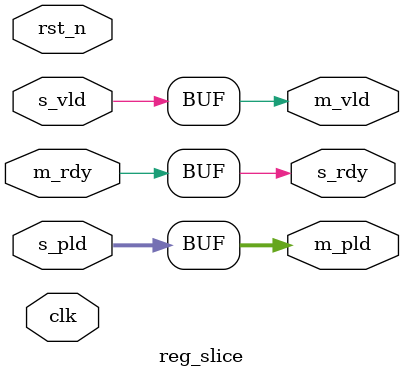
<source format=sv>
module reg_slice #(
    parameter RS_TYPE   = 0,  // 0: Pass Through 1: Forward 2: Backward 3:Full
    parameter PLD_WIDTH = 32
)(
    input                       clk,
    input                       rst_n,

    input                       s_vld,
    output                      s_rdy,
    input   [PLD_WIDTH-1:0]     s_pld,

    output                      m_vld,
    input                       m_rdy,
    output  [PLD_WIDTH-1:0]     m_pld

);

generate
    if(RS_TYPE==0) begin //Pass Through
        assign s_rdy = m_rdy;
        assign m_vld = s_vld;
        assign m_pld = s_pld;
    
    end else if(RS_TYPE==1) begin //Forward

        logic                   vld_r;
        logic [PLD_WIDTH-1:0]   pld_r;

        assign s_rdy = !m_vld || m_rdy;
        assign m_vld = vld_r;
        assign m_pld = pld_r;

        always @(posedge clk or negedge rst_n) begin 
            if(~rst_n) vld_r <= 1'b0;
            else if(s_vld&&s_rdy) vld_r <= 1'b1;
            else if(m_rdy) vld_r <= 1'b0;
        end 

        always @(posedge clk or negedge rst_n) begin 
            if(~rst_n) pld_r <= {PLD_WIDTH{1'b0}};
            else if(s_vld&&s_rdy) pld_r <= s_pld;
        end 

    end else if(RS_TYPE==2) begin // Backward
        logic                   vld_r;
        logic [PLD_WIDTH-1:0]   pld_r;

        assign s_rdy = !m_vld || m_rdy;
        assign m_vld = vld_r;
        assign m_pld = pld_r;

        always @(posedge clk or negedge rst_n) begin 
            if(~rst_n) vld_r <= 1'b0;
            else if(s_vld&&s_rdy) vld_r <= 1'b1;
            else if(m_rdy) vld_r <= 1'b0;
        end 

        always @(posedge clk or negedge rst_n) begin 
            if(~rst_n) pld_r <= {PLD_WIDTH{1'b0}};
            else if(s_vld&&s_rdy) pld_r <= s_pld;
        end 

    end else if(RS_TYPE==3) begin // Full
        logic [PLD_WIDTH-1:0] pld_r [1:0];
        logic [1:0] pntr_w;
        logic [1:0] pntr_r;

        assign s_rdy = ~(pntr_w=={~pntr_r[1],pntr_r[0]}); // not full
        assign m_vld = ~(pntr_w==pntr_r); // not empty

        assign m_pld = pntr_r[0] ? pld_r[1] : pld_r[0];

        always @(posedge clk or negedge rst_n) begin 
            if(~rst_n) pntr_w <= 2'b0;
            else if(s_vld&&s_rdy) pntr_w <= pntr_w + 1'b1;
        end

        always @(posedge clk or negedge rst_n) begin 
            if(~rst_n) pntr_r <= 2'b0;
            else if(m_rdy&&m_vld) pntr_r <= pntr_r + 1'b1;
        end

        always @(posedge clk or negedge rst_n) begin 
            if(~rst_n) pld_r[0] <= {PLD_WIDTH{1'b0}};
            else if(s_vld&&s_rdy&&(pntr_w[0]==0)) pld_r[0] <= s_pld;
        end

        always @(posedge clk or negedge rst_n) begin 
            if(~rst_n) pld_r[1] <= {PLD_WIDTH{1'b0}};
            else if(s_vld&&s_rdy&&(pntr_w[1]==1)) pld_r[1] <= s_pld;
        end

    end else begin // Full
        logic [PLD_WIDTH-1:0] pld_r [1:0];
        logic [1:0] pntr_w;
        logic [1:0] pntr_r;

        assign s_rdy = ~(pntr_w=={~pntr_r[1],pntr_r[0]}); // not full
        assign m_vld = ~(pntr_w==pntr_r); // not empty

        assign m_pld = pntr_r[0] ? pld_r[1] : pld_r[0];

        always @(posedge clk or negedge rst_n) begin 
            if(~rst_n) pntr_w <= 2'b0;
            else if(s_vld&&s_rdy) pntr_w <= pntr_w + 1'b1;
        end

        always @(posedge clk or negedge rst_n) begin 
            if(~rst_n) pntr_r <= 2'b0;
            else if(m_rdy&&m_vld) pntr_r <= pntr_r + 1'b1;
        end

        always @(posedge clk or negedge rst_n) begin 
            if(~rst_n) pld_r[0] <= {PLD_WIDTH{1'b0}};
            else if(s_vld&&s_rdy&&(pntr_w[0]==0)) pld_r[0] <= s_pld;
        end

        always @(posedge clk or negedge rst_n) begin 
            if(~rst_n) pld_r[1] <= {PLD_WIDTH{1'b0}};
            else if(s_vld&&s_rdy&&(pntr_w[1]==1)) pld_r[1] <= s_pld;
        end

    end 
endgenerate


endmodule
</source>
